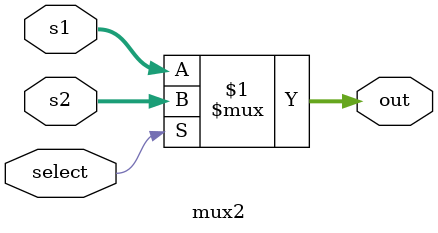
<source format=sv>

module aes(input  logic clk,
           input  logic sck, 
           input  logic sdi,
           output logic sdo,
           input  logic load,
           output logic done);
                    
    logic [127:0] key, plaintext, cyphertext;
            
    aes_spi spi(sck, sdi, sdo, done, key, plaintext, cyphertext);   
    aes_core core(clk, load, key, plaintext, done, cyphertext);
endmodule

/////////////////////////////////////////////
// aes_spi
//   SPI interface.  Shifts in key and plaintext
//   Captures ciphertext when done, then shifts it out
//   Tricky cases to properly change sdo on negedge clk
/////////////////////////////////////////////

module aes_spi(input  logic sck, 
               input  logic sdi,
               output logic sdo,
               input  logic done,
               output logic [127:0] key, plaintext,
               input  logic [127:0] cyphertext);

    logic         sdodelayed, wasdone;
    logic [127:0] cyphertextcaptured;
               
    // assert load
    // apply 256 sclks to shift in key and plaintext, starting with plaintext[127]
    // then deassert load, wait until done
    // then apply 128 sclks to shift out cyphertext, starting with cyphertext[127]
    // SPI mode is equivalent to cpol = 0, cpha = 0 since data is sampled on first edge and the first
    // edge is a rising edge (clock going from low in the idle state to high).
    always_ff @(posedge sck)
        if (!wasdone)  {cyphertextcaptured, plaintext, key} = {cyphertext, plaintext[126:0], key, sdi};
        else           {cyphertextcaptured, plaintext, key} = {cyphertextcaptured[126:0], plaintext, key, sdi}; 
    
    // sdo should change on the negative edge of sck
    always_ff @(negedge sck) begin
        wasdone = done;
        sdodelayed = cyphertextcaptured[126];
    end
    
    // when done is first asserted, shift out msb before clock edge
    assign sdo = (done & !wasdone) ? cyphertext[127] : sdodelayed;
endmodule

/////////////////////////////////////////////
// aes_core
//   top level AES encryption module
//   when load is asserted, takes the current key and plaintext
//   generates cyphertext and asserts done when complete 11 cycles later
// 
//   See FIPS-197 with Nk = 4, Nb = 4, Nr = 10
//
//   The key and message are 128-bit values packed into an array of 16 bytes as
//   shown below
//        [127:120] [95:88] [63:56] [31:24]     S0,0    S0,1    S0,2    S0,3
//        [119:112] [87:80] [55:48] [23:16]     S1,0    S1,1    S1,2    S1,3
//        [111:104] [79:72] [47:40] [15:8]      S2,0    S2,1    S2,2    S2,3
//        [103:96]  [71:64] [39:32] [7:0]       S3,0    S3,1    S3,2    S3,3
//
//   Equivalently, the values are packed into four words as given
//        [127:96]  [95:64] [63:32] [31:0]      w[0]    w[1]    w[2]    w[3]
/////////////////////////////////////////////

module aes_core(input  logic         clk, 
                input  logic         load,
                input  logic [127:0] key, 
                input  logic [127:0] plaintext, 
                output logic         done, 
                output logic [127:0] cyphertext);

    // TODO: Your code goes here
    logic sben, sren, mcen, arken, outen;
    logic [127:0] roundkey, sbin, srin, mcin, arkin, outmuxin;

    // controller, modules
    mux2 #(128) inmux(load, plaintext, outmuxin, 
                    sbin);
    controller myC(clk, reset, load, key,
                    sren, sben, mcen, arken, outen, roundkey);
    subBytes mySB( clk, sbin, sben,
                    srin);
    shiftRows mySR(srin, sren,
                    mcin);
    addRoundKey myARK(arkin, roundkey,
                    outmuxin);
    mux2 #(128) outmux(outen, 128'b0, outmuxin, cyphertext);

    assign done = outen;
    

endmodule

/////////////////////////////////////////////
// sbox
//   Infamous AES byte substitutions with magic numbers
//   Combinational version which is mapped to LUTs (logic cells)
//   Section 5.1.1, Figure 7
/////////////////////////////////////////////

module sbox(input  logic [7:0] a,
            output logic [7:0] y);
            
  // sbox implemented as a ROM
  // This module is combinational and will be inferred using LUTs (logic cells)
  logic [7:0] sbox[0:255];

  initial   $readmemh("sbox.txt", sbox);
  assign y = sbox[a];
endmodule

/////////////////////////////////////////////
// sbox
//   Infamous AES byte substitutions with magic numbers
//   Synchronous version which is mapped to embedded block RAMs (EBR)
//   Section 5.1.1, Figure 7
/////////////////////////////////////////////
module sbox_sync(
	input		logic [7:0] a,
	input	 	logic 			clk,
	output 	logic [7:0] y);
            
  // sbox implemented as a ROM
  // This module is synchronous and will be inferred using BRAMs (Block RAMs)
  logic [7:0] sbox [0:255];

  initial   $readmemh("sbox.txt", sbox);
	
	// Synchronous version
	always_ff @(posedge clk) begin
		y <= sbox[a];
	end
endmodule

/////////////////////////////////////////////////
// sboxWord_sync
/////////////////////////////////////////////////
module sboxWord_sync(input clk,
                input [31:0] a,
                output [31:0] y);
      sbox_sync s0 (a[7:0],  clk, y[7:0]);
      sbox_sync s1 (a[15:8], clk, y[15:8]);
      sbox_sync s2 (a[23:16],clk, y[23:16]);
      sbox_sync s3 (a[31:24],clk, y[31:24]);

  endmodule
  
  /////////////////////////////////////////////
// galoismult
//   Multiply by x in GF(2^8) is a left shift
//   followed by an XOR if the result overflows
//   Uses irreducible polynomial x^8+x^4+x^3+x+1 = 00011011
/////////////////////////////////////////////

module galoismult(input  logic [7:0] a,
                  output logic [7:0] y);

    logic [7:0] ashift;
    
    assign ashift = {a[6:0], 1'b0};
    assign y = a[7] ? (ashift ^ 8'b00011011) : ashift;
endmodule

/////////////////////////////////////////////
// mixcolumn
//   Perform Galois field operations on bytes in a column
//   See EQ(4) from E. Ahmed et al, Lightweight Mix Columns Implementation for AES, AIC09
//   for this hardware implementation
/////////////////////////////////////////////

module mixcolumn(input  logic [31:0] a,
                 output logic [31:0] y);
                      
        logic [7:0] a0, a1, a2, a3, y0, y1, y2, y3, t0, t1, t2, t3, tmp;
        
        assign {a0, a1, a2, a3} = a;
        assign tmp = a0 ^ a1 ^ a2 ^ a3;
    
        galoismult gm0(a0^a1, t0);
        galoismult gm1(a1^a2, t1);
        galoismult gm2(a2^a3, t2);
        galoismult gm3(a3^a0, t3);
        
        assign y0 = a0 ^ tmp ^ t0;
        assign y1 = a1 ^ tmp ^ t1;
        assign y2 = a2 ^ tmp ^ t2;
        assign y3 = a3 ^ tmp ^ t3;
        assign y = {y0, y1, y2, y3};    
endmodule

/////////////////////////////////////////////
// mixcolumns
//   Even funkier action on columns
//   Section 5.1.3, Figure 9
//   Same operation performed on each of four columns
/////////////////////////////////////////////

module mixColumns(input  logic [127:0] a,
                  input logic mcen,
                  output logic [127:0] y);

	logic [127:0] temp;

	mixcolumn mc0(a[127:96], temp[127:96]);
	mixcolumn mc1(a[95:64],  temp[95:64]);
	mixcolumn mc2(a[63:32],  temp[63:32]);
	mixcolumn mc3(a[31:0],   temp[31:0]);

  always_comb begin
    if (mcen)  	y = temp; //always do the mixing but if we don't want it then we write over it
	else 		y = a;
    
  end
endmodule


module mux2 #(parameter WIDTH = 32)
            (input logic select,
            input logic [WIDTH-1:0] s1, s2,
            output logic [WIDTH-1:0] out);

    assign out = select ? s2 : s1;

endmodule

</source>
